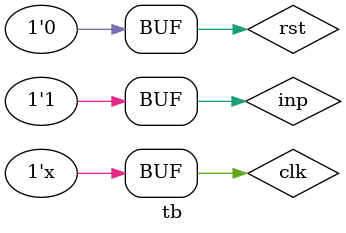
<source format=sv>

module sequence_detector(
  input logic inp, 
  input logic clk, 
  input logic rst,
  output logic seq_found
);
  
  reg [2:0] present_state, next_state;
 
  parameter a=3'b000,
  b=3'b001,
  c=3'b011,
  d=3'b010,
  e=3'b110;
 
  always@(posedge clk, posedge rst)
    begin
      if(rst==1)
        present_state <= a;
      else
        present_state <= next_state;
    end
  
  always@(present_state,inp)
    begin
      case(present_state)
        a:begin
          if(inp == 1)
            next_state = b;
          else
            next_state = a;
        end
        b:begin
          if(inp == 0)
            next_state = c;
          else
            next_state = b;
        end
        c:begin
          if(inp == 1)
            next_state = d;
          else
            next_state = a;
        end
        d:begin
          if(inp == 1)
            next_state = e;
          else
            next_state = c;
        end
        e:begin
          if(inp == 1)
            next_state = b;
          else
            next_state = a;
        end
        default:next_state = a;
      endcase
    end
  
  always@(present_state)
    begin
      case(present_state)
        a:begin
          seq_found = 0;
        end
        b:begin
          seq_found = 0;
        end
        c:begin
          seq_found = 0;
        end
        d:begin
          seq_found = 0;
        end
        e:begin
          seq_found = 1;
        end
        default:seq_found = 0;
      endcase
    end
endmodule

//tb
module tb;
  
  logic inp,clk,rst,seq_found;

sequence_detector seq_det1(
  .inp(inp), 
  .clk(clk), 
  .rst(rst),
  .seq_found(seq_found)
);

  always #5 clk=~clk;
  
  initial 
    begin
      rst=1;//without this present state won't be initialized to a;
      clk=1;
      #1 rst=0;
      #8
      inp=1;
      #10
      inp=0;
      #10
      inp=1;
      #10
      inp=1; // output should go 1 here @ time = 39 , since clk goes 1 at t=40 so at t=50 op should be 1
    //  #10
    //  inp=0;
      #10
      inp=1;
      #10
      inp=0;
      #10
      inp=1;
      #10
      inp=1; //output should become here 1 sec after t=79 i.e. t=80
    end
  
  always@(*)
    begin
      if($time<200)
        $display("time = %0t, clk=%b, inp=%b, seq_found=%b",$time, clk, inp, seq_found);
    end
endmodule

  
  
      
     
  

</source>
